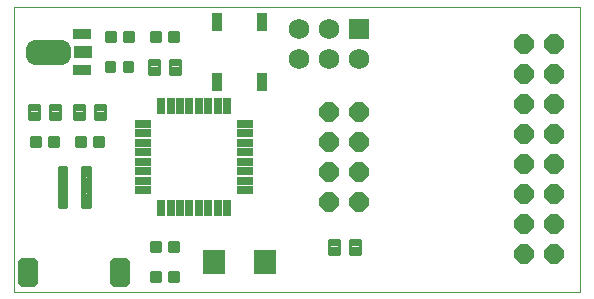
<source format=gts>
G75*
%MOIN*%
%OFA0B0*%
%FSLAX24Y24*%
%IPPOS*%
%LPD*%
%AMOC8*
5,1,8,0,0,1.08239X$1,22.5*
%
%ADD10C,0.0000*%
%ADD11R,0.0340X0.0640*%
%ADD12C,0.0110*%
%ADD13C,0.0098*%
%ADD14R,0.0740X0.0840*%
%ADD15C,0.0085*%
%ADD16R,0.0591X0.0355*%
%ADD17C,0.0630*%
%ADD18R,0.0630X0.0394*%
%ADD19C,0.0177*%
%ADD20C,0.0335*%
%ADD21R,0.0260X0.0540*%
%ADD22R,0.0540X0.0260*%
%ADD23R,0.0690X0.0690*%
%ADD24C,0.0690*%
%ADD25OC8,0.0640*%
D10*
X000317Y000317D02*
X000317Y009813D01*
X019187Y009813D01*
X019187Y000317D01*
X000317Y000317D01*
D11*
X007067Y007317D03*
X008567Y007317D03*
X008567Y009317D03*
X007067Y009317D03*
D12*
X005832Y007577D02*
X005502Y007577D01*
X005502Y008057D01*
X005832Y008057D01*
X005832Y007577D01*
X005832Y007686D02*
X005502Y007686D01*
X005502Y007795D02*
X005832Y007795D01*
X005832Y007904D02*
X005502Y007904D01*
X005502Y008013D02*
X005832Y008013D01*
X005132Y007577D02*
X004802Y007577D01*
X004802Y008057D01*
X005132Y008057D01*
X005132Y007577D01*
X005132Y007686D02*
X004802Y007686D01*
X004802Y007795D02*
X005132Y007795D01*
X005132Y007904D02*
X004802Y007904D01*
X004802Y008013D02*
X005132Y008013D01*
X003332Y006557D02*
X003002Y006557D01*
X003332Y006557D02*
X003332Y006077D01*
X003002Y006077D01*
X003002Y006557D01*
X003002Y006186D02*
X003332Y006186D01*
X003332Y006295D02*
X003002Y006295D01*
X003002Y006404D02*
X003332Y006404D01*
X003332Y006513D02*
X003002Y006513D01*
X002632Y006557D02*
X002302Y006557D01*
X002632Y006557D02*
X002632Y006077D01*
X002302Y006077D01*
X002302Y006557D01*
X002302Y006186D02*
X002632Y006186D01*
X002632Y006295D02*
X002302Y006295D01*
X002302Y006404D02*
X002632Y006404D01*
X002632Y006513D02*
X002302Y006513D01*
X001832Y006077D02*
X001502Y006077D01*
X001502Y006557D01*
X001832Y006557D01*
X001832Y006077D01*
X001832Y006186D02*
X001502Y006186D01*
X001502Y006295D02*
X001832Y006295D01*
X001832Y006404D02*
X001502Y006404D01*
X001502Y006513D02*
X001832Y006513D01*
X001132Y006077D02*
X000802Y006077D01*
X000802Y006557D01*
X001132Y006557D01*
X001132Y006077D01*
X001132Y006186D02*
X000802Y006186D01*
X000802Y006295D02*
X001132Y006295D01*
X001132Y006404D02*
X000802Y006404D01*
X000802Y006513D02*
X001132Y006513D01*
X010802Y001577D02*
X011132Y001577D01*
X010802Y001577D02*
X010802Y002057D01*
X011132Y002057D01*
X011132Y001577D01*
X011132Y001686D02*
X010802Y001686D01*
X010802Y001795D02*
X011132Y001795D01*
X011132Y001904D02*
X010802Y001904D01*
X010802Y002013D02*
X011132Y002013D01*
X011502Y001577D02*
X011832Y001577D01*
X011502Y001577D02*
X011502Y002057D01*
X011832Y002057D01*
X011832Y001577D01*
X011832Y001686D02*
X011502Y001686D01*
X011502Y001795D02*
X011832Y001795D01*
X011832Y001904D02*
X011502Y001904D01*
X011502Y002013D02*
X011832Y002013D01*
D13*
X005763Y001671D02*
X005471Y001671D01*
X005471Y001963D01*
X005763Y001963D01*
X005763Y001671D01*
X005763Y001768D02*
X005471Y001768D01*
X005471Y001865D02*
X005763Y001865D01*
X005763Y001962D02*
X005471Y001962D01*
X005163Y001671D02*
X004871Y001671D01*
X004871Y001963D01*
X005163Y001963D01*
X005163Y001671D01*
X005163Y001768D02*
X004871Y001768D01*
X004871Y001865D02*
X005163Y001865D01*
X005163Y001962D02*
X004871Y001962D01*
X004871Y000671D02*
X005163Y000671D01*
X004871Y000671D02*
X004871Y000963D01*
X005163Y000963D01*
X005163Y000671D01*
X005163Y000768D02*
X004871Y000768D01*
X004871Y000865D02*
X005163Y000865D01*
X005163Y000962D02*
X004871Y000962D01*
X005471Y000671D02*
X005763Y000671D01*
X005471Y000671D02*
X005471Y000963D01*
X005763Y000963D01*
X005763Y000671D01*
X005763Y000768D02*
X005471Y000768D01*
X005471Y000865D02*
X005763Y000865D01*
X005763Y000962D02*
X005471Y000962D01*
X003263Y005463D02*
X002971Y005463D01*
X003263Y005463D02*
X003263Y005171D01*
X002971Y005171D01*
X002971Y005463D01*
X002971Y005268D02*
X003263Y005268D01*
X003263Y005365D02*
X002971Y005365D01*
X002971Y005462D02*
X003263Y005462D01*
X002663Y005463D02*
X002371Y005463D01*
X002663Y005463D02*
X002663Y005171D01*
X002371Y005171D01*
X002371Y005463D01*
X002371Y005268D02*
X002663Y005268D01*
X002663Y005365D02*
X002371Y005365D01*
X002371Y005462D02*
X002663Y005462D01*
X001763Y005171D02*
X001471Y005171D01*
X001471Y005463D01*
X001763Y005463D01*
X001763Y005171D01*
X001763Y005268D02*
X001471Y005268D01*
X001471Y005365D02*
X001763Y005365D01*
X001763Y005462D02*
X001471Y005462D01*
X001163Y005171D02*
X000871Y005171D01*
X000871Y005463D01*
X001163Y005463D01*
X001163Y005171D01*
X001163Y005268D02*
X000871Y005268D01*
X000871Y005365D02*
X001163Y005365D01*
X001163Y005462D02*
X000871Y005462D01*
X003371Y008963D02*
X003663Y008963D01*
X003663Y008671D01*
X003371Y008671D01*
X003371Y008963D01*
X003371Y008768D02*
X003663Y008768D01*
X003663Y008865D02*
X003371Y008865D01*
X003371Y008962D02*
X003663Y008962D01*
X003971Y008963D02*
X004263Y008963D01*
X004263Y008671D01*
X003971Y008671D01*
X003971Y008963D01*
X003971Y008768D02*
X004263Y008768D01*
X004263Y008865D02*
X003971Y008865D01*
X003971Y008962D02*
X004263Y008962D01*
X004871Y008963D02*
X005163Y008963D01*
X005163Y008671D01*
X004871Y008671D01*
X004871Y008963D01*
X004871Y008768D02*
X005163Y008768D01*
X005163Y008865D02*
X004871Y008865D01*
X004871Y008962D02*
X005163Y008962D01*
X005471Y008963D02*
X005763Y008963D01*
X005763Y008671D01*
X005471Y008671D01*
X005471Y008963D01*
X005471Y008768D02*
X005763Y008768D01*
X005763Y008865D02*
X005471Y008865D01*
X005471Y008962D02*
X005763Y008962D01*
D14*
X006967Y001317D03*
X008667Y001317D03*
D15*
X004245Y007664D02*
X003989Y007664D01*
X003989Y007970D01*
X004245Y007970D01*
X004245Y007664D01*
X004245Y007748D02*
X003989Y007748D01*
X003989Y007832D02*
X004245Y007832D01*
X004245Y007916D02*
X003989Y007916D01*
X003645Y007664D02*
X003389Y007664D01*
X003389Y007970D01*
X003645Y007970D01*
X003645Y007664D01*
X003645Y007748D02*
X003389Y007748D01*
X003389Y007832D02*
X003645Y007832D01*
X003645Y007916D02*
X003389Y007916D01*
D16*
X002567Y007717D03*
X002567Y008917D03*
D17*
X001870Y008422D02*
X001870Y008212D01*
X001024Y008212D01*
X001024Y008422D01*
X001870Y008422D01*
D18*
X002596Y008317D03*
D19*
X002799Y004457D02*
X002799Y003177D01*
X002621Y003177D01*
X002621Y004457D01*
X002799Y004457D01*
X002799Y003353D02*
X002621Y003353D01*
X002621Y003529D02*
X002799Y003529D01*
X002799Y003705D02*
X002621Y003705D01*
X002621Y003881D02*
X002799Y003881D01*
X002799Y004057D02*
X002621Y004057D01*
X002621Y004233D02*
X002799Y004233D01*
X002799Y004409D02*
X002621Y004409D01*
X002012Y004457D02*
X002012Y003177D01*
X001834Y003177D01*
X001834Y004457D01*
X002012Y004457D01*
X002012Y003353D02*
X001834Y003353D01*
X001834Y003529D02*
X002012Y003529D01*
X002012Y003705D02*
X001834Y003705D01*
X001834Y003881D02*
X002012Y003881D01*
X002012Y004057D02*
X001834Y004057D01*
X001834Y004233D02*
X002012Y004233D01*
X002012Y004409D02*
X001834Y004409D01*
D20*
X000949Y001283D02*
X000949Y000633D01*
X000613Y000633D01*
X000613Y001283D01*
X000949Y001283D01*
X000949Y000967D02*
X000613Y000967D01*
X004020Y001283D02*
X004020Y000633D01*
X003684Y000633D01*
X003684Y001283D01*
X004020Y001283D01*
X004020Y000967D02*
X003684Y000967D01*
D21*
X005214Y003127D03*
X005529Y003127D03*
X005844Y003127D03*
X006159Y003127D03*
X006474Y003127D03*
X006789Y003127D03*
X007104Y003127D03*
X007419Y003127D03*
X007419Y006507D03*
X007104Y006507D03*
X006789Y006507D03*
X006474Y006507D03*
X006159Y006507D03*
X005844Y006507D03*
X005529Y006507D03*
X005214Y006507D03*
D22*
X004627Y005919D03*
X004627Y005604D03*
X004627Y005289D03*
X004627Y004974D03*
X004627Y004659D03*
X004627Y004344D03*
X004627Y004029D03*
X004627Y003714D03*
X008007Y003714D03*
X008007Y004029D03*
X008007Y004344D03*
X008007Y004659D03*
X008007Y004974D03*
X008007Y005289D03*
X008007Y005604D03*
X008007Y005919D03*
D23*
X011817Y009067D03*
D24*
X010817Y009067D03*
X009817Y009067D03*
X009817Y008067D03*
X010817Y008067D03*
X011817Y008067D03*
D25*
X011817Y006317D03*
X010817Y006317D03*
X010817Y005317D03*
X011817Y005317D03*
X011817Y004317D03*
X010817Y004317D03*
X010817Y003317D03*
X011817Y003317D03*
X017317Y003567D03*
X018317Y003567D03*
X018317Y004567D03*
X017317Y004567D03*
X017317Y005567D03*
X018317Y005567D03*
X018317Y006567D03*
X017317Y006567D03*
X017317Y007567D03*
X018317Y007567D03*
X018317Y008567D03*
X017317Y008567D03*
X017317Y002567D03*
X018317Y002567D03*
X018317Y001567D03*
X017317Y001567D03*
M02*

</source>
